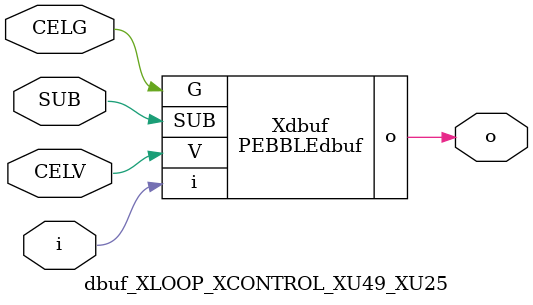
<source format=v>



module PEBBLEdbuf ( o, G, SUB, V, i );

  input V;
  input i;
  input G;
  output o;
  input SUB;
endmodule

//Celera Confidential Do Not Copy dbuf_XLOOP_XCONTROL_XU49_XU25
//Celera Confidential Symbol Generator
//Digital Buffer
module dbuf_XLOOP_XCONTROL_XU49_XU25 (CELV,CELG,i,o,SUB);
input CELV;
input CELG;
input i;
input SUB;
output o;

//Celera Confidential Do Not Copy dbuf
PEBBLEdbuf Xdbuf(
.V (CELV),
.i (i),
.o (o),
.SUB (SUB),
.G (CELG)
);
//,diesize,PEBBLEdbuf

//Celera Confidential Do Not Copy Module End
//Celera Schematic Generator
endmodule

</source>
